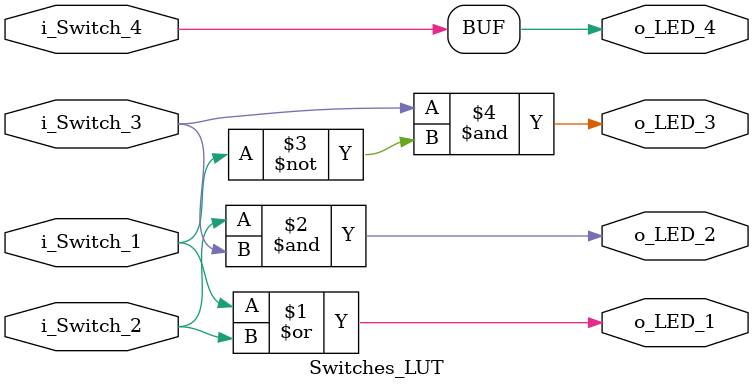
<source format=v>
module Switches_LUT (
    input  i_Switch_1, i_Switch_2, i_Switch_3, i_Switch_4,
    output o_LED_1,   o_LED_2,   o_LED_3,   o_LED_4
);
    assign o_LED_1 = i_Switch_1 | i_Switch_2;
    assign o_LED_2 = i_Switch_2 & i_Switch_3;
    assign o_LED_3 = i_Switch_3 & ~i_Switch_1;
    assign o_LED_4 = i_Switch_4;
endmodule
</source>
